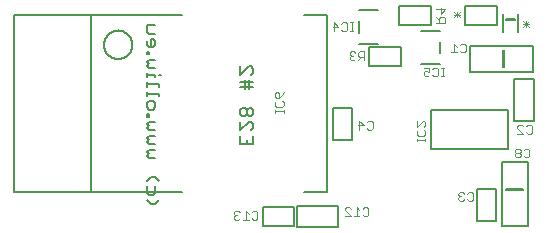
<source format=gbo>
G04 EAGLE Gerber RS-274X export*
G75*
%MOMM*%
%FSLAX34Y34*%
%LPD*%
%INSilkscreen Bottom*%
%IPPOS*%
%AMOC8*
5,1,8,0,0,1.08239X$1,22.5*%
G01*
%ADD10C,0.203200*%
%ADD11C,0.152400*%
%ADD12C,0.076200*%
%ADD13C,0.127000*%


D10*
X70866Y79015D02*
X74425Y75456D01*
X77984Y75456D01*
X81543Y79015D01*
X77984Y85032D02*
X77984Y90370D01*
X77984Y85032D02*
X76205Y83252D01*
X72646Y83252D01*
X70866Y85032D01*
X70866Y90370D01*
X70866Y94946D02*
X74425Y98505D01*
X77984Y98505D01*
X81543Y94946D01*
X77984Y114436D02*
X72646Y114436D01*
X70866Y116215D01*
X72646Y117995D01*
X70866Y119775D01*
X72646Y121554D01*
X77984Y121554D01*
X77984Y126130D02*
X72646Y126130D01*
X70866Y127909D01*
X72646Y129689D01*
X70866Y131468D01*
X72646Y133248D01*
X77984Y133248D01*
X77984Y137824D02*
X72646Y137824D01*
X70866Y139603D01*
X72646Y141383D01*
X70866Y143162D01*
X72646Y144942D01*
X77984Y144942D01*
X72646Y149518D02*
X70866Y149518D01*
X72646Y149518D02*
X72646Y151297D01*
X70866Y151297D01*
X70866Y149518D01*
X70866Y157144D02*
X70866Y160703D01*
X72646Y162483D01*
X76205Y162483D01*
X77984Y160703D01*
X77984Y157144D01*
X76205Y155365D01*
X72646Y155365D01*
X70866Y157144D01*
X81543Y167059D02*
X81543Y168838D01*
X70866Y168838D01*
X70866Y167059D02*
X70866Y170618D01*
X81543Y174855D02*
X81543Y176634D01*
X70866Y176634D01*
X70866Y174855D02*
X70866Y178414D01*
X77984Y182651D02*
X77984Y184430D01*
X70866Y184430D01*
X70866Y182651D02*
X70866Y186210D01*
X81543Y184430D02*
X83323Y184430D01*
X77984Y190447D02*
X72646Y190447D01*
X70866Y192226D01*
X72646Y194006D01*
X70866Y195785D01*
X72646Y197565D01*
X77984Y197565D01*
X72646Y202141D02*
X70866Y202141D01*
X72646Y202141D02*
X72646Y203920D01*
X70866Y203920D01*
X70866Y202141D01*
X70866Y209767D02*
X70866Y213326D01*
X70866Y209767D02*
X72646Y207988D01*
X76205Y207988D01*
X77984Y209767D01*
X77984Y213326D01*
X76205Y215106D01*
X74425Y215106D01*
X74425Y207988D01*
X72646Y219682D02*
X77984Y219682D01*
X72646Y219682D02*
X70866Y221461D01*
X70866Y226800D01*
X77984Y226800D01*
D11*
X344488Y209550D02*
X398463Y209550D01*
X398463Y187325D02*
X344488Y187325D01*
X398463Y187325D02*
X398463Y209550D01*
X344488Y209550D02*
X344488Y187325D01*
X373856Y191294D02*
X373856Y205581D01*
X373063Y205581D02*
X373063Y191294D01*
X233363Y56356D02*
X198438Y56356D01*
X198438Y73819D02*
X233363Y73819D01*
X198438Y73819D02*
X198438Y56356D01*
X233363Y56356D02*
X233363Y73819D01*
X284956Y227013D02*
X284956Y242888D01*
X311944Y242888D01*
X311944Y227013D02*
X284956Y227013D01*
X311944Y227013D02*
X311944Y242888D01*
X340519Y242888D02*
X340519Y227013D01*
X340519Y242888D02*
X367506Y242888D01*
X367506Y227013D02*
X340519Y227013D01*
X367506Y227013D02*
X367506Y242888D01*
X169069Y73025D02*
X169069Y57150D01*
X169069Y73025D02*
X196056Y73025D01*
X196056Y57150D02*
X169069Y57150D01*
X196056Y57150D02*
X196056Y73025D01*
X259556Y207963D02*
X286544Y207963D01*
X286544Y192088D02*
X259556Y192088D01*
X259556Y207963D01*
X286544Y207963D02*
X286544Y192088D01*
D12*
X331254Y233385D02*
X336169Y238300D01*
X336169Y233385D02*
X331254Y238300D01*
X331254Y235842D02*
X336169Y235842D01*
X333712Y233385D02*
X333712Y238300D01*
X389992Y225447D02*
X394907Y230362D01*
X394907Y225447D02*
X389992Y230362D01*
X389992Y227905D02*
X394907Y227905D01*
X392449Y230362D02*
X392449Y225447D01*
D10*
X160918Y133390D02*
X160918Y126272D01*
X150241Y126272D01*
X150241Y133390D01*
X155580Y129831D02*
X155580Y126272D01*
X150241Y137966D02*
X150241Y145084D01*
X150241Y137966D02*
X157359Y145084D01*
X159139Y145084D01*
X160918Y143304D01*
X160918Y139745D01*
X159139Y137966D01*
X159139Y149659D02*
X160918Y151439D01*
X160918Y154998D01*
X159139Y156778D01*
X157359Y156778D01*
X155580Y154998D01*
X153800Y156778D01*
X152021Y156778D01*
X150241Y154998D01*
X150241Y151439D01*
X152021Y149659D01*
X153800Y149659D01*
X155580Y151439D01*
X157359Y149659D01*
X159139Y149659D01*
X155580Y151439D02*
X155580Y154998D01*
X160918Y174827D02*
X150241Y174827D01*
X150241Y178386D02*
X160918Y178386D01*
X157359Y178386D02*
X157359Y173047D01*
X157359Y178386D02*
X157359Y180165D01*
X153800Y180165D02*
X153800Y173047D01*
X150241Y184741D02*
X150241Y191859D01*
X150241Y184741D02*
X157359Y191859D01*
X159139Y191859D01*
X160918Y190080D01*
X160918Y186521D01*
X159139Y184741D01*
D11*
X371475Y111125D02*
X371475Y57150D01*
X393700Y57150D02*
X393700Y111125D01*
X371475Y111125D01*
X371475Y57150D02*
X393700Y57150D01*
X389731Y88106D02*
X375444Y88106D01*
X375444Y87313D02*
X389731Y87313D01*
X381794Y146050D02*
X381794Y180975D01*
X399256Y180975D02*
X399256Y146050D01*
X399256Y180975D02*
X381794Y180975D01*
X381794Y146050D02*
X399256Y146050D01*
X366713Y61119D02*
X350838Y61119D01*
X350838Y88106D01*
X366713Y88106D02*
X366713Y61119D01*
X366713Y88106D02*
X350838Y88106D01*
X228600Y129381D02*
X228600Y156369D01*
X244475Y156369D02*
X244475Y129381D01*
X244475Y156369D02*
X228600Y156369D01*
X228600Y129381D02*
X244475Y129381D01*
D12*
X390117Y121050D02*
X391345Y122278D01*
X393803Y122278D01*
X395032Y121050D01*
X395032Y116135D01*
X393803Y114906D01*
X391345Y114906D01*
X390117Y116135D01*
X387547Y121050D02*
X386319Y122278D01*
X383861Y122278D01*
X382633Y121050D01*
X382633Y119821D01*
X383861Y118592D01*
X382633Y117363D01*
X382633Y116135D01*
X383861Y114906D01*
X386319Y114906D01*
X387547Y116135D01*
X387547Y117363D01*
X386319Y118592D01*
X387547Y119821D01*
X387547Y121050D01*
X386319Y118592D02*
X383861Y118592D01*
X343595Y85541D02*
X342367Y84312D01*
X343595Y85541D02*
X346053Y85541D01*
X347282Y84312D01*
X347282Y79397D01*
X346053Y78169D01*
X343595Y78169D01*
X342367Y79397D01*
X339797Y84312D02*
X338569Y85541D01*
X336111Y85541D01*
X334883Y84312D01*
X334883Y83083D01*
X336111Y81855D01*
X337340Y81855D01*
X336111Y81855D02*
X334883Y80626D01*
X334883Y79397D01*
X336111Y78169D01*
X338569Y78169D01*
X339797Y79397D01*
X392260Y141272D02*
X393489Y142500D01*
X395946Y142500D01*
X397175Y141272D01*
X397175Y136357D01*
X395946Y135128D01*
X393489Y135128D01*
X392260Y136357D01*
X389691Y135128D02*
X384776Y135128D01*
X389691Y135128D02*
X384776Y140043D01*
X384776Y141272D01*
X386005Y142500D01*
X388462Y142500D01*
X389691Y141272D01*
D10*
X377254Y154623D02*
X377254Y121603D01*
X377254Y154623D02*
X311722Y154623D01*
X311722Y121603D01*
X377254Y121603D01*
D12*
X299593Y128378D02*
X299593Y130836D01*
X299593Y129607D02*
X306965Y129607D01*
X306965Y128378D02*
X306965Y130836D01*
X306965Y137054D02*
X305737Y138283D01*
X306965Y137054D02*
X306965Y134596D01*
X305737Y133368D01*
X300822Y133368D01*
X299593Y134596D01*
X299593Y137054D01*
X300822Y138283D01*
X299593Y140852D02*
X299593Y145767D01*
X299593Y140852D02*
X304508Y145767D01*
X305737Y145767D01*
X306965Y144538D01*
X306965Y142081D01*
X305737Y140852D01*
X336142Y209950D02*
X337370Y211178D01*
X339828Y211178D01*
X341057Y209950D01*
X341057Y205035D01*
X339828Y203806D01*
X337370Y203806D01*
X336142Y205035D01*
X333572Y208721D02*
X331115Y211178D01*
X331115Y203806D01*
X333572Y203806D02*
X328658Y203806D01*
X161033Y69666D02*
X159804Y68437D01*
X161033Y69666D02*
X163490Y69666D01*
X164719Y68437D01*
X164719Y63522D01*
X163490Y62294D01*
X161033Y62294D01*
X159804Y63522D01*
X157235Y67208D02*
X154777Y69666D01*
X154777Y62294D01*
X152320Y62294D02*
X157235Y62294D01*
X149751Y68437D02*
X148522Y69666D01*
X146065Y69666D01*
X144836Y68437D01*
X144836Y67208D01*
X146065Y65980D01*
X147293Y65980D01*
X146065Y65980D02*
X144836Y64751D01*
X144836Y63522D01*
X146065Y62294D01*
X148522Y62294D01*
X149751Y63522D01*
X253694Y71422D02*
X254923Y72650D01*
X257380Y72650D01*
X258609Y71422D01*
X258609Y66507D01*
X257380Y65278D01*
X254923Y65278D01*
X253694Y66507D01*
X251125Y70193D02*
X248667Y72650D01*
X248667Y65278D01*
X246210Y65278D02*
X251125Y65278D01*
X243641Y65278D02*
X238726Y65278D01*
X243641Y65278D02*
X238726Y70193D01*
X238726Y71422D01*
X239955Y72650D01*
X242412Y72650D01*
X243641Y71422D01*
D11*
X303150Y222163D02*
X319150Y222163D01*
X319150Y193763D02*
X303150Y193763D01*
X319150Y202963D02*
X319150Y212963D01*
D12*
X320332Y183547D02*
X322789Y183547D01*
X321561Y183547D02*
X321561Y190919D01*
X322789Y190919D02*
X320332Y190919D01*
X314114Y190919D02*
X312885Y189690D01*
X314114Y190919D02*
X316571Y190919D01*
X317800Y189690D01*
X317800Y184775D01*
X316571Y183547D01*
X314114Y183547D01*
X312885Y184775D01*
X310316Y190919D02*
X305401Y190919D01*
X310316Y190919D02*
X310316Y187233D01*
X307858Y188462D01*
X306630Y188462D01*
X305401Y187233D01*
X305401Y184775D01*
X306630Y183547D01*
X309087Y183547D01*
X310316Y184775D01*
X255207Y197231D02*
X255207Y204603D01*
X251520Y204603D01*
X250292Y203375D01*
X250292Y200917D01*
X251520Y199688D01*
X255207Y199688D01*
X252749Y199688D02*
X250292Y197231D01*
X247722Y203375D02*
X246494Y204603D01*
X244036Y204603D01*
X242808Y203375D01*
X242808Y202146D01*
X244036Y200917D01*
X245265Y200917D01*
X244036Y200917D02*
X242808Y199688D01*
X242808Y198460D01*
X244036Y197231D01*
X246494Y197231D01*
X247722Y198460D01*
D10*
X100550Y235338D02*
X23850Y235338D01*
X-41150Y235338D01*
X-41150Y85338D01*
X23850Y85338D01*
X100550Y85338D01*
X23850Y85338D02*
X23850Y235338D01*
X203850Y235338D02*
X223850Y235338D01*
X223850Y85338D02*
X203850Y85338D01*
X223850Y85338D02*
X223850Y235338D01*
D13*
X34850Y210338D02*
X34854Y210632D01*
X34864Y210927D01*
X34883Y211221D01*
X34908Y211514D01*
X34940Y211807D01*
X34980Y212099D01*
X35027Y212390D01*
X35081Y212679D01*
X35142Y212967D01*
X35210Y213254D01*
X35285Y213539D01*
X35367Y213821D01*
X35456Y214102D01*
X35551Y214381D01*
X35654Y214657D01*
X35763Y214930D01*
X35879Y215201D01*
X36002Y215469D01*
X36131Y215733D01*
X36267Y215995D01*
X36409Y216253D01*
X36557Y216507D01*
X36712Y216758D01*
X36872Y217005D01*
X37039Y217248D01*
X37212Y217486D01*
X37390Y217721D01*
X37574Y217951D01*
X37763Y218176D01*
X37959Y218397D01*
X38159Y218612D01*
X38365Y218823D01*
X38576Y219029D01*
X38791Y219229D01*
X39012Y219425D01*
X39237Y219614D01*
X39467Y219798D01*
X39702Y219976D01*
X39940Y220149D01*
X40183Y220316D01*
X40430Y220476D01*
X40681Y220631D01*
X40935Y220779D01*
X41193Y220921D01*
X41455Y221057D01*
X41719Y221186D01*
X41987Y221309D01*
X42258Y221425D01*
X42531Y221534D01*
X42807Y221637D01*
X43086Y221732D01*
X43367Y221821D01*
X43649Y221903D01*
X43934Y221978D01*
X44221Y222046D01*
X44509Y222107D01*
X44798Y222161D01*
X45089Y222208D01*
X45381Y222248D01*
X45674Y222280D01*
X45967Y222305D01*
X46261Y222324D01*
X46556Y222334D01*
X46850Y222338D01*
X47144Y222334D01*
X47439Y222324D01*
X47733Y222305D01*
X48026Y222280D01*
X48319Y222248D01*
X48611Y222208D01*
X48902Y222161D01*
X49191Y222107D01*
X49479Y222046D01*
X49766Y221978D01*
X50051Y221903D01*
X50333Y221821D01*
X50614Y221732D01*
X50893Y221637D01*
X51169Y221534D01*
X51442Y221425D01*
X51713Y221309D01*
X51981Y221186D01*
X52245Y221057D01*
X52507Y220921D01*
X52765Y220779D01*
X53019Y220631D01*
X53270Y220476D01*
X53517Y220316D01*
X53760Y220149D01*
X53998Y219976D01*
X54233Y219798D01*
X54463Y219614D01*
X54688Y219425D01*
X54909Y219229D01*
X55124Y219029D01*
X55335Y218823D01*
X55541Y218612D01*
X55741Y218397D01*
X55937Y218176D01*
X56126Y217951D01*
X56310Y217721D01*
X56488Y217486D01*
X56661Y217248D01*
X56828Y217005D01*
X56988Y216758D01*
X57143Y216507D01*
X57291Y216253D01*
X57433Y215995D01*
X57569Y215733D01*
X57698Y215469D01*
X57821Y215201D01*
X57937Y214930D01*
X58046Y214657D01*
X58149Y214381D01*
X58244Y214102D01*
X58333Y213821D01*
X58415Y213539D01*
X58490Y213254D01*
X58558Y212967D01*
X58619Y212679D01*
X58673Y212390D01*
X58720Y212099D01*
X58760Y211807D01*
X58792Y211514D01*
X58817Y211221D01*
X58836Y210927D01*
X58846Y210632D01*
X58850Y210338D01*
X58846Y210044D01*
X58836Y209749D01*
X58817Y209455D01*
X58792Y209162D01*
X58760Y208869D01*
X58720Y208577D01*
X58673Y208286D01*
X58619Y207997D01*
X58558Y207709D01*
X58490Y207422D01*
X58415Y207137D01*
X58333Y206855D01*
X58244Y206574D01*
X58149Y206295D01*
X58046Y206019D01*
X57937Y205746D01*
X57821Y205475D01*
X57698Y205207D01*
X57569Y204943D01*
X57433Y204681D01*
X57291Y204423D01*
X57143Y204169D01*
X56988Y203918D01*
X56828Y203671D01*
X56661Y203428D01*
X56488Y203190D01*
X56310Y202955D01*
X56126Y202725D01*
X55937Y202500D01*
X55741Y202279D01*
X55541Y202064D01*
X55335Y201853D01*
X55124Y201647D01*
X54909Y201447D01*
X54688Y201251D01*
X54463Y201062D01*
X54233Y200878D01*
X53998Y200700D01*
X53760Y200527D01*
X53517Y200360D01*
X53270Y200200D01*
X53019Y200045D01*
X52765Y199897D01*
X52507Y199755D01*
X52245Y199619D01*
X51981Y199490D01*
X51713Y199367D01*
X51442Y199251D01*
X51169Y199142D01*
X50893Y199039D01*
X50614Y198944D01*
X50333Y198855D01*
X50051Y198773D01*
X49766Y198698D01*
X49479Y198630D01*
X49191Y198569D01*
X48902Y198515D01*
X48611Y198468D01*
X48319Y198428D01*
X48026Y198396D01*
X47733Y198371D01*
X47439Y198352D01*
X47144Y198342D01*
X46850Y198338D01*
X46556Y198342D01*
X46261Y198352D01*
X45967Y198371D01*
X45674Y198396D01*
X45381Y198428D01*
X45089Y198468D01*
X44798Y198515D01*
X44509Y198569D01*
X44221Y198630D01*
X43934Y198698D01*
X43649Y198773D01*
X43367Y198855D01*
X43086Y198944D01*
X42807Y199039D01*
X42531Y199142D01*
X42258Y199251D01*
X41987Y199367D01*
X41719Y199490D01*
X41455Y199619D01*
X41193Y199755D01*
X40935Y199897D01*
X40681Y200045D01*
X40430Y200200D01*
X40183Y200360D01*
X39940Y200527D01*
X39702Y200700D01*
X39467Y200878D01*
X39237Y201062D01*
X39012Y201251D01*
X38791Y201447D01*
X38576Y201647D01*
X38365Y201853D01*
X38159Y202064D01*
X37959Y202279D01*
X37763Y202500D01*
X37574Y202725D01*
X37390Y202955D01*
X37212Y203190D01*
X37039Y203428D01*
X36872Y203671D01*
X36712Y203918D01*
X36557Y204169D01*
X36409Y204423D01*
X36267Y204681D01*
X36131Y204943D01*
X36002Y205207D01*
X35879Y205475D01*
X35763Y205746D01*
X35654Y206019D01*
X35551Y206295D01*
X35456Y206574D01*
X35367Y206855D01*
X35285Y207137D01*
X35210Y207422D01*
X35142Y207709D01*
X35081Y207997D01*
X35027Y208286D01*
X34980Y208577D01*
X34940Y208869D01*
X34908Y209162D01*
X34883Y209455D01*
X34864Y209749D01*
X34854Y210044D01*
X34850Y210338D01*
D12*
X179451Y155238D02*
X179451Y152781D01*
X179451Y154010D02*
X186823Y154010D01*
X186823Y155238D02*
X186823Y152781D01*
X186823Y161457D02*
X185595Y162685D01*
X186823Y161457D02*
X186823Y158999D01*
X185595Y157770D01*
X180680Y157770D01*
X179451Y158999D01*
X179451Y161457D01*
X180680Y162685D01*
X185595Y167712D02*
X186823Y170169D01*
X185595Y167712D02*
X183137Y165255D01*
X180680Y165255D01*
X179451Y166483D01*
X179451Y168941D01*
X180680Y170169D01*
X181908Y170169D01*
X183137Y168941D01*
X183137Y165255D01*
D11*
X250763Y211225D02*
X266763Y211225D01*
X266763Y239625D02*
X250763Y239625D01*
X250763Y230425D02*
X250763Y220425D01*
D12*
X245682Y221837D02*
X243224Y221837D01*
X244453Y221837D02*
X244453Y229210D01*
X245682Y229210D02*
X243224Y229210D01*
X237006Y229210D02*
X235777Y227981D01*
X237006Y229210D02*
X239463Y229210D01*
X240692Y227981D01*
X240692Y223066D01*
X239463Y221837D01*
X237006Y221837D01*
X235777Y223066D01*
X229522Y221837D02*
X229522Y229210D01*
X233208Y225523D01*
X228293Y225523D01*
X316294Y228981D02*
X323666Y228981D01*
X323666Y232667D01*
X322437Y233896D01*
X319980Y233896D01*
X318751Y232667D01*
X318751Y228981D01*
X318751Y231438D02*
X316294Y233896D01*
X316294Y240151D02*
X323666Y240151D01*
X319980Y236465D01*
X319980Y241380D01*
X258551Y145675D02*
X257322Y144447D01*
X258551Y145675D02*
X261009Y145675D01*
X262237Y144447D01*
X262237Y139532D01*
X261009Y138303D01*
X258551Y138303D01*
X257322Y139532D01*
X251067Y138303D02*
X251067Y145675D01*
X254753Y141989D01*
X249838Y141989D01*
D13*
X373063Y220980D02*
X373063Y236220D01*
X385763Y236220D02*
X385763Y220980D01*
X383223Y232410D02*
X375603Y232410D01*
X383223Y232410D02*
X383223Y231140D01*
X375603Y231140D01*
X375603Y232410D01*
M02*

</source>
